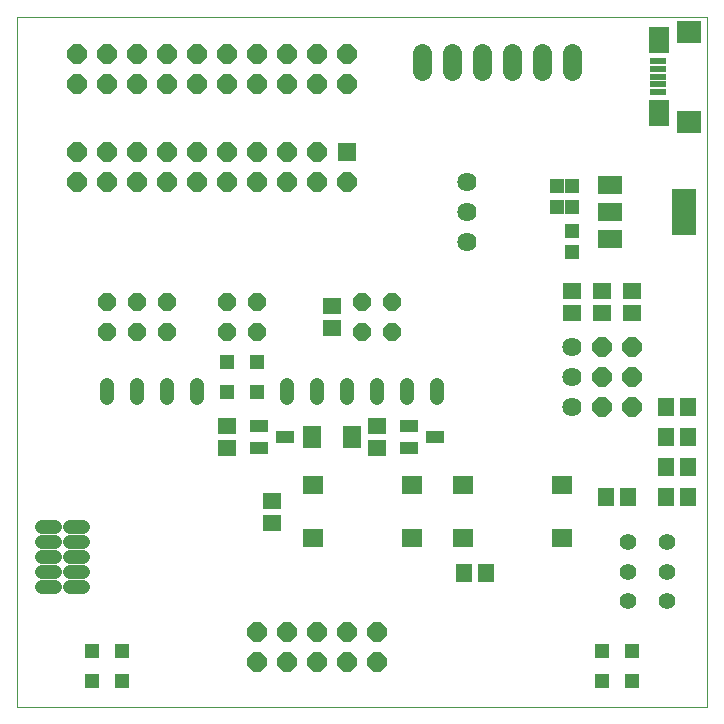
<source format=gts>
G75*
%MOIN*%
%OFA0B0*%
%FSLAX25Y25*%
%IPPOS*%
%LPD*%
%AMOC8*
5,1,8,0,0,1.08239X$1,22.5*
%
%ADD10C,0.00000*%
%ADD11OC8,0.06400*%
%ADD12OC8,0.06337*%
%ADD13C,0.06400*%
%ADD14OC8,0.06000*%
%ADD15R,0.05518X0.06306*%
%ADD16R,0.06306X0.05518*%
%ADD17R,0.06699X0.05912*%
%ADD18R,0.05912X0.04337*%
%ADD19R,0.05912X0.07487*%
%ADD20C,0.06400*%
%ADD21C,0.04762*%
%ADD22R,0.06400X0.06400*%
%ADD23R,0.08300X0.06300*%
%ADD24R,0.08300X0.15400*%
%ADD25R,0.04652X0.04534*%
%ADD26C,0.05500*%
%ADD27R,0.04762X0.04762*%
%ADD28R,0.07880X0.07487*%
%ADD29R,0.06699X0.08668*%
%ADD30R,0.05715X0.01975*%
D10*
X0001500Y0010087D02*
X0001500Y0240087D01*
X0231500Y0240087D01*
X0231500Y0010087D01*
X0001500Y0010087D01*
D11*
X0021500Y0185087D03*
X0021500Y0195087D03*
X0031500Y0195087D03*
X0041500Y0195087D03*
X0041500Y0185087D03*
X0031500Y0185087D03*
X0051500Y0185087D03*
X0051500Y0195087D03*
X0061500Y0195087D03*
X0071500Y0195087D03*
X0081500Y0195087D03*
X0081500Y0185087D03*
X0071500Y0185087D03*
X0061500Y0185087D03*
X0091500Y0185087D03*
X0091500Y0195087D03*
X0101500Y0195087D03*
X0101500Y0185087D03*
X0111500Y0185087D03*
X0111500Y0217587D03*
X0111500Y0227587D03*
X0101500Y0227587D03*
X0091500Y0227587D03*
X0091500Y0217587D03*
X0101500Y0217587D03*
X0081500Y0217587D03*
X0081500Y0227587D03*
X0071500Y0227587D03*
X0061500Y0227587D03*
X0051500Y0227587D03*
X0051500Y0217587D03*
X0061500Y0217587D03*
X0071500Y0217587D03*
X0041500Y0217587D03*
X0041500Y0227587D03*
X0031500Y0227587D03*
X0021500Y0227587D03*
X0021500Y0217587D03*
X0031500Y0217587D03*
X0196500Y0130087D03*
X0206500Y0130087D03*
X0206500Y0120087D03*
X0196500Y0120087D03*
X0196500Y0110087D03*
X0206500Y0110087D03*
D12*
X0121500Y0035087D03*
X0121500Y0025087D03*
X0111500Y0025087D03*
X0111500Y0035087D03*
X0101500Y0035087D03*
X0091500Y0035087D03*
X0091500Y0025087D03*
X0101500Y0025087D03*
X0081500Y0025087D03*
X0081500Y0035087D03*
D13*
X0186500Y0110087D03*
X0186500Y0120087D03*
X0186500Y0130087D03*
X0151500Y0165087D03*
X0151500Y0175087D03*
X0151500Y0185087D03*
D14*
X0126500Y0145087D03*
X0116500Y0145087D03*
X0116500Y0135087D03*
X0126500Y0135087D03*
X0081500Y0135087D03*
X0081500Y0145087D03*
X0071500Y0145087D03*
X0071500Y0135087D03*
X0051500Y0135087D03*
X0051500Y0145087D03*
X0041500Y0145087D03*
X0031500Y0145087D03*
X0031500Y0135087D03*
X0041500Y0135087D03*
D15*
X0150260Y0054587D03*
X0157740Y0054587D03*
X0197760Y0080087D03*
X0205240Y0080087D03*
X0217760Y0080087D03*
X0225240Y0080087D03*
X0225240Y0090087D03*
X0217760Y0090087D03*
X0217760Y0100087D03*
X0225240Y0100087D03*
X0225240Y0110087D03*
X0217760Y0110087D03*
D16*
X0206500Y0141346D03*
X0206500Y0148827D03*
X0196500Y0148827D03*
X0196500Y0141346D03*
X0186500Y0141346D03*
X0186500Y0148827D03*
X0121500Y0103827D03*
X0121500Y0096346D03*
X0086500Y0078827D03*
X0086500Y0071346D03*
X0071500Y0096346D03*
X0071500Y0103827D03*
X0106500Y0136346D03*
X0106500Y0143827D03*
D17*
X0099965Y0083945D03*
X0099965Y0066228D03*
X0133035Y0066228D03*
X0149965Y0066228D03*
X0149965Y0083945D03*
X0133035Y0083945D03*
X0183035Y0083945D03*
X0183035Y0066228D03*
D18*
X0140831Y0100087D03*
X0132169Y0103827D03*
X0132169Y0096346D03*
X0090831Y0100087D03*
X0082169Y0103827D03*
X0082169Y0096346D03*
D19*
X0099807Y0100087D03*
X0113193Y0100087D03*
D20*
X0136500Y0222087D02*
X0136500Y0228087D01*
X0146500Y0228087D02*
X0146500Y0222087D01*
X0156500Y0222087D02*
X0156500Y0228087D01*
X0166500Y0228087D02*
X0166500Y0222087D01*
X0176500Y0222087D02*
X0176500Y0228087D01*
X0186500Y0228087D02*
X0186500Y0222087D01*
D21*
X0141500Y0117268D02*
X0141500Y0112906D01*
X0131500Y0112906D02*
X0131500Y0117268D01*
X0121500Y0117268D02*
X0121500Y0112906D01*
X0111500Y0112906D02*
X0111500Y0117268D01*
X0101500Y0117268D02*
X0101500Y0112906D01*
X0091500Y0112906D02*
X0091500Y0117268D01*
X0061500Y0117268D02*
X0061500Y0112906D01*
X0051500Y0112906D02*
X0051500Y0117268D01*
X0041500Y0117268D02*
X0041500Y0112906D01*
X0031500Y0112906D02*
X0031500Y0117268D01*
X0023362Y0070087D02*
X0019000Y0070087D01*
X0014000Y0070087D02*
X0009638Y0070087D01*
X0009638Y0065087D02*
X0014000Y0065087D01*
X0019000Y0065087D02*
X0023362Y0065087D01*
X0023362Y0060087D02*
X0019000Y0060087D01*
X0014000Y0060087D02*
X0009638Y0060087D01*
X0009638Y0055087D02*
X0014000Y0055087D01*
X0019000Y0055087D02*
X0023362Y0055087D01*
X0023362Y0050087D02*
X0019000Y0050087D01*
X0014000Y0050087D02*
X0009638Y0050087D01*
D22*
X0111500Y0195087D03*
D23*
X0199100Y0183987D03*
X0199100Y0174987D03*
X0199100Y0165987D03*
D24*
X0223900Y0175087D03*
D25*
X0186500Y0176642D03*
X0181500Y0176642D03*
X0181500Y0183531D03*
X0186500Y0183531D03*
X0186500Y0168531D03*
X0186500Y0161642D03*
D26*
X0205004Y0064929D03*
X0205004Y0055087D03*
X0205004Y0045244D03*
X0217996Y0045244D03*
X0217996Y0055087D03*
X0217996Y0064929D03*
D27*
X0206500Y0028587D03*
X0196500Y0028587D03*
X0196500Y0018587D03*
X0206500Y0018587D03*
X0081500Y0115087D03*
X0081500Y0125087D03*
X0071500Y0125087D03*
X0071500Y0115087D03*
X0036500Y0028587D03*
X0026500Y0028587D03*
X0026500Y0018587D03*
X0036500Y0018587D03*
D28*
X0225500Y0205126D03*
X0225500Y0235047D03*
D29*
X0215461Y0232291D03*
X0215461Y0207882D03*
D30*
X0214969Y0214969D03*
X0214969Y0217528D03*
X0214969Y0220087D03*
X0214969Y0222646D03*
X0214969Y0225205D03*
M02*

</source>
